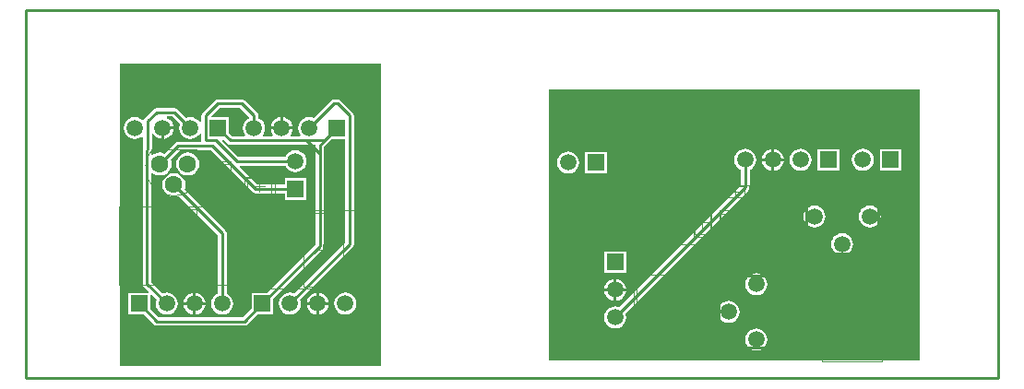
<source format=gbl>
G04 Layer_Physical_Order=2*
G04 Layer_Color=16711680*
%FSLAX25Y25*%
%MOIN*%
G70*
G01*
G75*
%ADD18C,0.01000*%
%ADD19C,0.00394*%
%ADD20C,0.00197*%
%ADD21R,0.05906X0.05906*%
%ADD22C,0.05906*%
%ADD23R,0.05906X0.05906*%
%ADD24C,0.06299*%
G36*
X665471Y103529D02*
X531529D01*
Y201471D01*
X665471D01*
Y103529D01*
D02*
G37*
G36*
X470971Y101529D02*
X376529D01*
Y210971D01*
X470971D01*
Y101529D01*
D02*
G37*
%LPC*%
G36*
X613000Y179921D02*
Y176500D01*
X616421D01*
X616351Y177032D01*
X615953Y177993D01*
X615319Y178819D01*
X614493Y179453D01*
X613532Y179851D01*
X613000Y179921D01*
D02*
G37*
G36*
X612000D02*
X611468Y179851D01*
X610507Y179453D01*
X609681Y178819D01*
X609047Y177993D01*
X608649Y177032D01*
X608579Y176500D01*
X612000D01*
Y179921D01*
D02*
G37*
G36*
X616421Y175500D02*
X613000D01*
Y172079D01*
X613532Y172149D01*
X614493Y172547D01*
X615319Y173181D01*
X615953Y174007D01*
X616351Y174968D01*
X616421Y175500D01*
D02*
G37*
G36*
X612000D02*
X608579D01*
X608649Y174968D01*
X609047Y174007D01*
X609681Y173181D01*
X610507Y172547D01*
X611468Y172149D01*
X612000Y172079D01*
Y175500D01*
D02*
G37*
G36*
X658953Y179953D02*
X651047D01*
Y172047D01*
X658953D01*
Y179953D01*
D02*
G37*
G36*
X636453D02*
X628547D01*
Y172047D01*
X636453D01*
Y179953D01*
D02*
G37*
G36*
X645000Y179987D02*
X643968Y179851D01*
X643007Y179453D01*
X642181Y178819D01*
X641547Y177993D01*
X641149Y177032D01*
X641013Y176000D01*
X641149Y174968D01*
X641547Y174007D01*
X642181Y173181D01*
X643007Y172547D01*
X643968Y172149D01*
X645000Y172013D01*
X646032Y172149D01*
X646993Y172547D01*
X647819Y173181D01*
X648453Y174007D01*
X648851Y174968D01*
X648987Y176000D01*
X648851Y177032D01*
X648453Y177993D01*
X647819Y178819D01*
X646993Y179453D01*
X646032Y179851D01*
X645000Y179987D01*
D02*
G37*
G36*
X622500D02*
X621468Y179851D01*
X620507Y179453D01*
X619681Y178819D01*
X619047Y177993D01*
X618649Y177032D01*
X618513Y176000D01*
X618649Y174968D01*
X619047Y174007D01*
X619681Y173181D01*
X620507Y172547D01*
X621468Y172149D01*
X622500Y172013D01*
X623532Y172149D01*
X624493Y172547D01*
X625319Y173181D01*
X625953Y174007D01*
X626351Y174968D01*
X626487Y176000D01*
X626351Y177032D01*
X625953Y177993D01*
X625319Y178819D01*
X624493Y179453D01*
X623532Y179851D01*
X622500Y179987D01*
D02*
G37*
G36*
X552453Y178953D02*
X544547D01*
Y171047D01*
X552453D01*
Y178953D01*
D02*
G37*
G36*
X538500Y178987D02*
X537468Y178851D01*
X536507Y178453D01*
X535681Y177819D01*
X535047Y176993D01*
X534649Y176032D01*
X534513Y175000D01*
X534649Y173968D01*
X535047Y173007D01*
X535681Y172181D01*
X536507Y171547D01*
X537468Y171149D01*
X538500Y171013D01*
X539532Y171149D01*
X540493Y171547D01*
X541319Y172181D01*
X541953Y173007D01*
X542351Y173968D01*
X542487Y175000D01*
X542351Y176032D01*
X541953Y176993D01*
X541319Y177819D01*
X540493Y178453D01*
X539532Y178851D01*
X538500Y178987D01*
D02*
G37*
G36*
X647500Y159487D02*
X646468Y159351D01*
X645507Y158953D01*
X644681Y158319D01*
X644047Y157493D01*
X643649Y156532D01*
X643513Y155500D01*
X643649Y154468D01*
X644047Y153507D01*
X644681Y152681D01*
X645507Y152047D01*
X646468Y151649D01*
X647500Y151513D01*
X648532Y151649D01*
X649493Y152047D01*
X650319Y152681D01*
X650953Y153507D01*
X651351Y154468D01*
X651487Y155500D01*
X651351Y156532D01*
X650953Y157493D01*
X650319Y158319D01*
X649493Y158953D01*
X648532Y159351D01*
X647500Y159487D01*
D02*
G37*
G36*
X627500D02*
X626468Y159351D01*
X625507Y158953D01*
X624681Y158319D01*
X624047Y157493D01*
X623649Y156532D01*
X623513Y155500D01*
X623649Y154468D01*
X624047Y153507D01*
X624681Y152681D01*
X625507Y152047D01*
X626468Y151649D01*
X627500Y151513D01*
X628532Y151649D01*
X629493Y152047D01*
X630319Y152681D01*
X630953Y153507D01*
X631351Y154468D01*
X631487Y155500D01*
X631351Y156532D01*
X630953Y157493D01*
X630319Y158319D01*
X629493Y158953D01*
X628532Y159351D01*
X627500Y159487D01*
D02*
G37*
G36*
X637500Y149487D02*
X636468Y149351D01*
X635507Y148953D01*
X634681Y148319D01*
X634047Y147493D01*
X633649Y146532D01*
X633513Y145500D01*
X633649Y144468D01*
X634047Y143507D01*
X634681Y142681D01*
X635507Y142047D01*
X636468Y141649D01*
X637500Y141513D01*
X638532Y141649D01*
X639493Y142047D01*
X640319Y142681D01*
X640953Y143507D01*
X641351Y144468D01*
X641487Y145500D01*
X641351Y146532D01*
X640953Y147493D01*
X640319Y148319D01*
X639493Y148953D01*
X638532Y149351D01*
X637500Y149487D01*
D02*
G37*
G36*
X559453Y142953D02*
X551547D01*
Y135047D01*
X559453D01*
Y142953D01*
D02*
G37*
G36*
X556000Y132921D02*
Y129500D01*
X559421D01*
X559351Y130032D01*
X558953Y130993D01*
X558319Y131819D01*
X557493Y132453D01*
X556532Y132851D01*
X556000Y132921D01*
D02*
G37*
G36*
X555000D02*
X554468Y132851D01*
X553507Y132453D01*
X552681Y131819D01*
X552047Y130993D01*
X551649Y130032D01*
X551579Y129500D01*
X555000D01*
Y132921D01*
D02*
G37*
G36*
X606500Y134987D02*
X605468Y134851D01*
X604507Y134453D01*
X603681Y133819D01*
X603047Y132993D01*
X602649Y132032D01*
X602513Y131000D01*
X602649Y129968D01*
X603047Y129007D01*
X603681Y128181D01*
X604507Y127547D01*
X605468Y127149D01*
X606500Y127013D01*
X607532Y127149D01*
X608493Y127547D01*
X609319Y128181D01*
X609953Y129007D01*
X610351Y129968D01*
X610487Y131000D01*
X610351Y132032D01*
X609953Y132993D01*
X609319Y133819D01*
X608493Y134453D01*
X607532Y134851D01*
X606500Y134987D01*
D02*
G37*
G36*
X559421Y128500D02*
X556000D01*
Y125079D01*
X556532Y125149D01*
X557493Y125547D01*
X558319Y126181D01*
X558953Y127007D01*
X559351Y127968D01*
X559421Y128500D01*
D02*
G37*
G36*
X555000D02*
X551579D01*
X551649Y127968D01*
X552047Y127007D01*
X552681Y126181D01*
X553507Y125547D01*
X554468Y125149D01*
X555000Y125079D01*
Y128500D01*
D02*
G37*
G36*
X602500Y179987D02*
X601468Y179851D01*
X600507Y179453D01*
X599681Y178819D01*
X599047Y177993D01*
X598649Y177032D01*
X598513Y176000D01*
X598649Y174968D01*
X599047Y174007D01*
X599681Y173181D01*
X600507Y172547D01*
X600971Y172355D01*
Y166633D01*
X556996Y122659D01*
X556532Y122851D01*
X555500Y122987D01*
X554468Y122851D01*
X553507Y122453D01*
X552681Y121819D01*
X552047Y120993D01*
X551649Y120032D01*
X551513Y119000D01*
X551649Y117968D01*
X552047Y117007D01*
X552681Y116181D01*
X553507Y115547D01*
X554468Y115149D01*
X555500Y115013D01*
X556532Y115149D01*
X557493Y115547D01*
X558319Y116181D01*
X558953Y117007D01*
X559351Y117968D01*
X559487Y119000D01*
X559351Y120032D01*
X559159Y120496D01*
X603581Y164919D01*
X603913Y165415D01*
X604029Y166000D01*
Y172355D01*
X604493Y172547D01*
X605319Y173181D01*
X605953Y174007D01*
X606351Y174968D01*
X606487Y176000D01*
X606351Y177032D01*
X605953Y177993D01*
X605319Y178819D01*
X604493Y179453D01*
X603532Y179851D01*
X602500Y179987D01*
D02*
G37*
G36*
X596500Y124987D02*
X595468Y124851D01*
X594507Y124453D01*
X593681Y123819D01*
X593047Y122993D01*
X592649Y122032D01*
X592513Y121000D01*
X592649Y119968D01*
X593047Y119007D01*
X593681Y118181D01*
X594507Y117547D01*
X595468Y117149D01*
X596500Y117013D01*
X597532Y117149D01*
X598493Y117547D01*
X599319Y118181D01*
X599953Y119007D01*
X600351Y119968D01*
X600487Y121000D01*
X600351Y122032D01*
X599953Y122993D01*
X599319Y123819D01*
X598493Y124453D01*
X597532Y124851D01*
X596500Y124987D01*
D02*
G37*
G36*
X606500Y114987D02*
X605468Y114851D01*
X604507Y114453D01*
X603681Y113819D01*
X603047Y112993D01*
X602649Y112032D01*
X602513Y111000D01*
X602649Y109968D01*
X603047Y109007D01*
X603681Y108181D01*
X604507Y107547D01*
X605468Y107149D01*
X606500Y107013D01*
X607532Y107149D01*
X608493Y107547D01*
X609319Y108181D01*
X609953Y109007D01*
X610351Y109968D01*
X610487Y111000D01*
X610351Y112032D01*
X609953Y112993D01*
X609319Y113819D01*
X608493Y114453D01*
X607532Y114851D01*
X606500Y114987D01*
D02*
G37*
G36*
X455100Y197929D02*
X453900D01*
X453315Y197813D01*
X452819Y197481D01*
X446496Y191159D01*
X446032Y191351D01*
X445000Y191487D01*
X443968Y191351D01*
X443007Y190953D01*
X442181Y190319D01*
X441547Y189493D01*
X441149Y188532D01*
X441013Y187500D01*
X441149Y186468D01*
X441547Y185507D01*
X441913Y185029D01*
X441667Y184529D01*
X438333D01*
X438087Y185029D01*
X438453Y185507D01*
X438851Y186468D01*
X438921Y187000D01*
X435000D01*
X431079D01*
X431149Y186468D01*
X431547Y185507D01*
X431913Y185029D01*
X431667Y184529D01*
X428333D01*
X428087Y185029D01*
X428453Y185507D01*
X428851Y186468D01*
X428987Y187500D01*
X428851Y188532D01*
X428453Y189493D01*
X427819Y190319D01*
X426993Y190953D01*
X426529Y191145D01*
Y192000D01*
X426413Y192585D01*
X426081Y193081D01*
X421681Y197481D01*
X421185Y197813D01*
X420600Y197929D01*
X411900D01*
X411315Y197813D01*
X410819Y197481D01*
X406419Y193081D01*
X406087Y192585D01*
X405971Y192000D01*
Y189550D01*
X405471Y189450D01*
X405453Y189493D01*
X404819Y190319D01*
X403993Y190953D01*
X403032Y191351D01*
X402000Y191487D01*
X400968Y191351D01*
X400504Y191159D01*
X397381Y194281D01*
X396885Y194613D01*
X396300Y194729D01*
X389700D01*
X389115Y194613D01*
X388619Y194281D01*
X385419Y191081D01*
X385147Y190675D01*
X384746Y190540D01*
X384563Y190515D01*
X383993Y190953D01*
X383032Y191351D01*
X382000Y191487D01*
X380968Y191351D01*
X380007Y190953D01*
X379181Y190319D01*
X378547Y189493D01*
X378149Y188532D01*
X378013Y187500D01*
X378149Y186468D01*
X378547Y185507D01*
X379181Y184681D01*
X380007Y184047D01*
X380968Y183649D01*
X382000Y183513D01*
X383032Y183649D01*
X383993Y184047D01*
X384471Y184413D01*
X384971Y184167D01*
Y180310D01*
X384887Y180185D01*
X384771Y179600D01*
Y131200D01*
X384887Y130615D01*
X385219Y130119D01*
X386922Y128415D01*
X386731Y127953D01*
X379547D01*
Y120047D01*
X385290D01*
X388819Y116519D01*
X389315Y116187D01*
X389900Y116071D01*
X421600D01*
X422185Y116187D01*
X422681Y116519D01*
X426210Y120047D01*
X431953D01*
Y125790D01*
X449881Y143719D01*
X450213Y144215D01*
X450329Y144800D01*
Y180666D01*
X453210Y183547D01*
X457971D01*
Y146133D01*
X439496Y127659D01*
X439032Y127851D01*
X438000Y127987D01*
X436968Y127851D01*
X436007Y127453D01*
X435181Y126819D01*
X434547Y125993D01*
X434149Y125032D01*
X434013Y124000D01*
X434149Y122968D01*
X434547Y122007D01*
X435181Y121181D01*
X436007Y120547D01*
X436968Y120149D01*
X438000Y120013D01*
X439032Y120149D01*
X439993Y120547D01*
X440819Y121181D01*
X441453Y122007D01*
X441851Y122968D01*
X441987Y124000D01*
X441851Y125032D01*
X441659Y125496D01*
X460581Y144419D01*
X460913Y144915D01*
X461029Y145500D01*
Y192000D01*
X460913Y192585D01*
X460581Y193081D01*
X456181Y197481D01*
X455685Y197813D01*
X455100Y197929D01*
D02*
G37*
G36*
X435500Y191421D02*
Y188000D01*
X438921D01*
X438851Y188532D01*
X438453Y189493D01*
X437819Y190319D01*
X436993Y190953D01*
X436032Y191351D01*
X435500Y191421D01*
D02*
G37*
G36*
X434500D02*
X433968Y191351D01*
X433007Y190953D01*
X432181Y190319D01*
X431547Y189493D01*
X431149Y188532D01*
X431079Y188000D01*
X434500D01*
Y191421D01*
D02*
G37*
G36*
X448500Y127921D02*
Y124500D01*
X451921D01*
X451851Y125032D01*
X451453Y125993D01*
X450819Y126819D01*
X449993Y127453D01*
X449032Y127851D01*
X448500Y127921D01*
D02*
G37*
G36*
X447500D02*
X446968Y127851D01*
X446007Y127453D01*
X445181Y126819D01*
X444547Y125993D01*
X444149Y125032D01*
X444079Y124500D01*
X447500D01*
Y127921D01*
D02*
G37*
G36*
X451921Y123500D02*
X448500D01*
Y120079D01*
X449032Y120149D01*
X449993Y120547D01*
X450819Y121181D01*
X451453Y122007D01*
X451851Y122968D01*
X451921Y123500D01*
D02*
G37*
G36*
X447500D02*
X444079D01*
X444149Y122968D01*
X444547Y122007D01*
X445181Y121181D01*
X446007Y120547D01*
X446968Y120149D01*
X447500Y120079D01*
Y123500D01*
D02*
G37*
G36*
X458000Y127987D02*
X456968Y127851D01*
X456007Y127453D01*
X455181Y126819D01*
X454547Y125993D01*
X454149Y125032D01*
X454013Y124000D01*
X454149Y122968D01*
X454547Y122007D01*
X455181Y121181D01*
X456007Y120547D01*
X456968Y120149D01*
X458000Y120013D01*
X459032Y120149D01*
X459993Y120547D01*
X460819Y121181D01*
X461453Y122007D01*
X461851Y122968D01*
X461987Y124000D01*
X461851Y125032D01*
X461453Y125993D01*
X460819Y126819D01*
X459993Y127453D01*
X459032Y127851D01*
X458000Y127987D01*
D02*
G37*
%LPD*%
G36*
X423245Y191593D02*
X423135Y191006D01*
X423007Y190953D01*
X422181Y190319D01*
X421547Y189493D01*
X421149Y188532D01*
X421013Y187500D01*
X421149Y186468D01*
X421547Y185507D01*
X421913Y185029D01*
X421667Y184529D01*
X417134D01*
X415953Y185710D01*
Y191453D01*
X409769D01*
X409578Y191915D01*
X412534Y194871D01*
X419967D01*
X423245Y191593D01*
D02*
G37*
G36*
X398341Y188996D02*
X398149Y188532D01*
X398013Y187500D01*
X398149Y186468D01*
X398547Y185507D01*
X399181Y184681D01*
X400007Y184047D01*
X400968Y183649D01*
X402000Y183513D01*
X403032Y183649D01*
X403993Y184047D01*
X404819Y184681D01*
X405453Y185507D01*
X405471Y185550D01*
X405971Y185450D01*
Y183047D01*
X405987Y182963D01*
X405670Y182577D01*
X397547D01*
X396962Y182460D01*
X396466Y182129D01*
X392647Y178310D01*
X392083Y178543D01*
X391000Y178685D01*
X389917Y178543D01*
X388907Y178125D01*
X388329Y177681D01*
X387829Y177928D01*
Y179090D01*
X387913Y179215D01*
X388029Y179800D01*
Y185450D01*
X388529Y185550D01*
X388547Y185507D01*
X389181Y184681D01*
X390007Y184047D01*
X390968Y183649D01*
X391500Y183579D01*
Y187500D01*
X392000D01*
Y188000D01*
X395921D01*
X395851Y188532D01*
X395453Y189493D01*
X394819Y190319D01*
X393993Y190953D01*
X393467Y191171D01*
X393567Y191671D01*
X395667D01*
X398341Y188996D01*
D02*
G37*
G36*
X415419Y181919D02*
X415915Y181587D01*
X416500Y181471D01*
X447131D01*
X447271Y181300D01*
Y145433D01*
X429790Y127953D01*
X424047D01*
Y122210D01*
X420966Y119129D01*
X390533D01*
X387453Y122210D01*
Y127231D01*
X387915Y127422D01*
X389841Y125496D01*
X389649Y125032D01*
X389513Y124000D01*
X389649Y122968D01*
X390047Y122007D01*
X390681Y121181D01*
X391507Y120547D01*
X392468Y120149D01*
X393500Y120013D01*
X394532Y120149D01*
X395493Y120547D01*
X396319Y121181D01*
X396953Y122007D01*
X397351Y122968D01*
X397487Y124000D01*
X397351Y125032D01*
X396953Y125993D01*
X396319Y126819D01*
X395493Y127453D01*
X394532Y127851D01*
X393500Y127987D01*
X392468Y127851D01*
X392004Y127659D01*
X387829Y131834D01*
Y171072D01*
X388329Y171319D01*
X388907Y170875D01*
X389917Y170457D01*
X391000Y170315D01*
X392083Y170457D01*
X393093Y170875D01*
X393959Y171540D01*
X394625Y172407D01*
X395043Y173417D01*
X395185Y174500D01*
X395043Y175583D01*
X394810Y176147D01*
X398181Y179518D01*
X409319D01*
X424419Y164419D01*
X424915Y164087D01*
X425500Y163971D01*
X436047D01*
Y161547D01*
X443953D01*
Y169453D01*
X436047D01*
Y167029D01*
X426133D01*
X419654Y173509D01*
X419846Y173971D01*
X436355D01*
X436547Y173507D01*
X437181Y172681D01*
X438007Y172047D01*
X438968Y171649D01*
X440000Y171513D01*
X441032Y171649D01*
X441993Y172047D01*
X442819Y172681D01*
X443453Y173507D01*
X443851Y174468D01*
X443987Y175500D01*
X443851Y176532D01*
X443453Y177493D01*
X442819Y178319D01*
X441993Y178953D01*
X441032Y179351D01*
X440000Y179487D01*
X438968Y179351D01*
X438007Y178953D01*
X437181Y178319D01*
X436547Y177493D01*
X436355Y177029D01*
X419334D01*
X413518Y182845D01*
X413696Y183374D01*
X413931Y183406D01*
X415419Y181919D01*
D02*
G37*
%LPC*%
G36*
X395921Y187000D02*
X392500D01*
Y183579D01*
X393032Y183649D01*
X393993Y184047D01*
X394819Y184681D01*
X395453Y185507D01*
X395851Y186468D01*
X395921Y187000D01*
D02*
G37*
G36*
X401000Y178685D02*
X399917Y178543D01*
X398907Y178125D01*
X398041Y177460D01*
X397375Y176593D01*
X396957Y175583D01*
X396815Y174500D01*
X396957Y173417D01*
X397375Y172407D01*
X398041Y171540D01*
X398907Y170875D01*
X399917Y170457D01*
X401000Y170315D01*
X402083Y170457D01*
X403093Y170875D01*
X403960Y171540D01*
X404625Y172407D01*
X405043Y173417D01*
X405185Y174500D01*
X405043Y175583D01*
X404625Y176593D01*
X403960Y177460D01*
X403093Y178125D01*
X402083Y178543D01*
X401000Y178685D01*
D02*
G37*
G36*
X404000Y127921D02*
Y124500D01*
X407421D01*
X407351Y125032D01*
X406953Y125993D01*
X406319Y126819D01*
X405493Y127453D01*
X404532Y127851D01*
X404000Y127921D01*
D02*
G37*
G36*
X403000D02*
X402468Y127851D01*
X401507Y127453D01*
X400681Y126819D01*
X400047Y125993D01*
X399649Y125032D01*
X399579Y124500D01*
X403000D01*
Y127921D01*
D02*
G37*
G36*
X407421Y123500D02*
X404000D01*
Y120079D01*
X404532Y120149D01*
X405493Y120547D01*
X406319Y121181D01*
X406953Y122007D01*
X407351Y122968D01*
X407421Y123500D01*
D02*
G37*
G36*
X403000D02*
X399579D01*
X399649Y122968D01*
X400047Y122007D01*
X400681Y121181D01*
X401507Y120547D01*
X402468Y120149D01*
X403000Y120079D01*
Y123500D01*
D02*
G37*
G36*
X396000Y171185D02*
X394917Y171043D01*
X393907Y170625D01*
X393040Y169959D01*
X392375Y169093D01*
X391957Y168083D01*
X391815Y167000D01*
X391957Y165917D01*
X392375Y164907D01*
X393040Y164041D01*
X393907Y163375D01*
X394917Y162957D01*
X396000Y162815D01*
X397083Y162957D01*
X397647Y163190D01*
X411971Y148866D01*
Y127645D01*
X411507Y127453D01*
X410681Y126819D01*
X410047Y125993D01*
X409649Y125032D01*
X409513Y124000D01*
X409649Y122968D01*
X410047Y122007D01*
X410681Y121181D01*
X411507Y120547D01*
X412468Y120149D01*
X413500Y120013D01*
X414532Y120149D01*
X415493Y120547D01*
X416319Y121181D01*
X416953Y122007D01*
X417351Y122968D01*
X417487Y124000D01*
X417351Y125032D01*
X416953Y125993D01*
X416319Y126819D01*
X415493Y127453D01*
X415029Y127645D01*
Y149500D01*
X414913Y150085D01*
X414581Y150581D01*
X399810Y165353D01*
X400043Y165917D01*
X400185Y167000D01*
X400043Y168083D01*
X399625Y169093D01*
X398959Y169959D01*
X398093Y170625D01*
X397083Y171043D01*
X396000Y171185D01*
D02*
G37*
%LPD*%
D18*
X383500Y124000D02*
X389900Y117600D01*
X386300Y131200D02*
X393500Y124000D01*
X386300Y131200D02*
Y179600D01*
X386500Y179800D01*
Y190000D01*
X389700Y193200D01*
X396300D02*
X402000Y187500D01*
X407500Y192000D02*
X411900Y196400D01*
X420600D02*
X425000Y192000D01*
X391000Y174500D02*
X397547Y181047D01*
X409953D02*
X425500Y165500D01*
X412000Y187500D02*
X416500Y183000D01*
X413500Y124000D02*
Y149500D01*
X459500Y145500D02*
Y192000D01*
X455100Y196400D02*
X459500Y192000D01*
X453900Y196400D02*
X455100D01*
X555500Y119000D02*
X602500Y166000D01*
X428000Y124000D02*
X448800Y144800D01*
Y181300D02*
X450500Y183000D01*
X602500Y166000D02*
Y176000D01*
X438000Y124000D02*
X459500Y145500D01*
X445000Y187500D02*
X453900Y196400D01*
X389700Y193200D02*
X396300D01*
X450500Y183000D02*
X455000Y187500D01*
X421600Y117600D02*
X428000Y124000D01*
X389900Y117600D02*
X421600D01*
X425500Y165500D02*
X440000D01*
X397547Y181047D02*
X409953D01*
X418700Y175500D02*
X440000D01*
X411153Y183047D02*
X418700Y175500D01*
X407500Y183047D02*
X411153D01*
X407500D02*
Y192000D01*
X411900Y196400D02*
X420600D01*
X425000Y187500D02*
Y192000D01*
X396000Y167000D02*
X413500Y149500D01*
X444000Y183000D02*
X448800Y178200D01*
Y144800D02*
Y178200D01*
X416500Y183000D02*
X444000D01*
X450500D01*
X448800Y178200D02*
Y181300D01*
X593000Y134000D02*
X619000D01*
X593000Y108000D02*
Y134000D01*
Y108000D02*
X618992D01*
Y133992D01*
X624500Y142000D02*
Y168000D01*
Y142000D02*
X650500D01*
Y167992D01*
X624508D02*
X650500D01*
X342500Y97000D02*
X429000D01*
X342500Y230000D02*
X694000D01*
Y97000D02*
Y230000D01*
X429000Y97000D02*
X694000D01*
X342500D02*
Y230000D01*
D19*
X388000Y179500D02*
G03*
X404133Y179500I8066J-6302D01*
G01*
X387934Y179799D02*
X404066D01*
X573138Y186299D02*
G03*
X573138Y186299I-1969J0D01*
G01*
X581268Y130831D02*
G03*
X581268Y130831I-1969J0D01*
G01*
X636669Y117669D02*
G03*
X636669Y117669I-1969J0D01*
G01*
X457283Y130311D02*
Y156689D01*
X442717Y130311D02*
Y156689D01*
Y130311D02*
X457283D01*
X442717Y156689D02*
X457283D01*
X404283Y131811D02*
Y158189D01*
X389717Y131811D02*
Y158189D01*
Y131811D02*
X404283D01*
X389717Y158189D02*
X404283D01*
X431331Y163646D02*
Y169354D01*
X422669Y163646D02*
Y169354D01*
Y163646D02*
X431331D01*
X422669Y169354D02*
X431331D01*
X410646Y174331D02*
X416354D01*
X410646Y165669D02*
X416354D01*
Y174331D01*
X410646Y165669D02*
Y174331D01*
X377646Y167331D02*
X383354D01*
X377646Y158669D02*
X383354D01*
Y167331D01*
X377646Y158669D02*
Y167331D01*
X421646Y139831D02*
X427354D01*
X421646Y131169D02*
X427354D01*
Y139831D01*
X421646Y131169D02*
Y139831D01*
Y156831D02*
X427354D01*
X421646Y148169D02*
X427354D01*
Y156831D01*
X421646Y148169D02*
Y156831D01*
X622146Y124831D02*
X627854D01*
X622146Y116169D02*
X627854D01*
Y124831D01*
X622146Y116169D02*
Y124831D01*
X551669Y105146D02*
Y110854D01*
X560331Y105146D02*
Y110854D01*
X551669D02*
X560331D01*
X551669Y105146D02*
X560331D01*
X569569Y193646D02*
Y199354D01*
X578231Y193646D02*
Y199354D01*
X569569D02*
X578231D01*
X569569Y193646D02*
X578231D01*
X589854Y149169D02*
Y157831D01*
X584146Y149169D02*
Y157831D01*
X589854D01*
X584146Y149169D02*
X589854D01*
X546630Y167846D02*
X550370D01*
X546630Y161154D02*
X550370D01*
Y167846D01*
X546630Y161154D02*
Y167846D01*
X574646Y149169D02*
Y157831D01*
X580354Y149169D02*
Y157831D01*
X574646Y149169D02*
X580354D01*
X574646Y157831D02*
X580354D01*
X577169Y161646D02*
X585831D01*
X577169Y167354D02*
X585831D01*
Y161646D02*
Y167354D01*
X577169Y161646D02*
Y167354D01*
X564646Y149669D02*
Y158331D01*
X570354Y149669D02*
Y158331D01*
X564646Y149669D02*
X570354D01*
X564646Y158331D02*
X570354D01*
X567626Y170157D02*
Y189843D01*
X583374Y170157D02*
Y189843D01*
X567626D02*
X583374D01*
X567626Y170157D02*
X583374D01*
X563157Y134374D02*
X582843D01*
X563157Y118626D02*
X582843D01*
Y134374D01*
X563157Y118626D02*
Y134374D01*
X631157Y114126D02*
X650843D01*
X631157Y129874D02*
X650843D01*
X631157Y114126D02*
Y129874D01*
X650843Y114126D02*
Y129874D01*
X593630Y149654D02*
X597370D01*
X593630Y156346D02*
X597370D01*
X593630Y149654D02*
Y156346D01*
X597370Y149654D02*
Y156346D01*
X562846Y160130D02*
Y163870D01*
X556154Y160130D02*
Y163870D01*
Y160130D02*
X562846D01*
X556154Y163870D02*
X562846D01*
X595654Y162630D02*
Y166370D01*
X602346Y162630D02*
Y166370D01*
X595654D02*
X602346D01*
X595654Y162630D02*
X602346D01*
X603630Y146346D02*
X607370D01*
X603630Y139654D02*
X607370D01*
Y146346D01*
X603630Y139654D02*
Y146346D01*
X616130Y167346D02*
X619870D01*
X616130Y160654D02*
X619870D01*
Y167346D01*
X616130Y160654D02*
Y167346D01*
X585630Y116846D02*
X589370D01*
X585630Y110154D02*
X589370D01*
Y116846D01*
X585630Y110154D02*
Y116846D01*
X603630Y157346D02*
X607370D01*
X603630Y150654D02*
X607370D01*
Y157346D01*
X603630Y150654D02*
Y157346D01*
X622630Y130154D02*
X626370D01*
X622630Y136846D02*
X626370D01*
X622630Y130154D02*
Y136846D01*
X626370Y130154D02*
Y136846D01*
X448031Y143500D02*
X451968D01*
X450000Y141531D02*
Y145469D01*
X395031Y145000D02*
X398968D01*
X397000Y143031D02*
Y146969D01*
X432512Y163350D02*
Y169650D01*
X421488Y163350D02*
Y169650D01*
Y163350D02*
X432512D01*
X421488Y169650D02*
X432512D01*
X425031Y166500D02*
X428968D01*
X427000Y164531D02*
Y168468D01*
X410350Y175512D02*
X416650D01*
X410350Y164488D02*
X416650D01*
Y175512D01*
X410350Y164488D02*
Y175512D01*
X413500Y168031D02*
Y171968D01*
X411532Y170000D02*
X415469D01*
X377350Y168512D02*
X383650D01*
X377350Y157488D02*
X383650D01*
Y168512D01*
X377350Y157488D02*
Y168512D01*
X380500Y161031D02*
Y164968D01*
X378532Y163000D02*
X382469D01*
X421350Y141012D02*
X427650D01*
X421350Y129988D02*
X427650D01*
Y141012D01*
X421350Y129988D02*
Y141012D01*
X424500Y133531D02*
Y137468D01*
X422532Y135500D02*
X426469D01*
X421350Y158012D02*
X427650D01*
X421350Y146988D02*
X427650D01*
Y158012D01*
X421350Y146988D02*
Y158012D01*
X424500Y150531D02*
Y154468D01*
X422532Y152500D02*
X426469D01*
X621850Y126012D02*
X628150D01*
X621850Y114988D02*
X628150D01*
Y126012D01*
X621850Y114988D02*
Y126012D01*
X625000Y118531D02*
Y122468D01*
X623032Y120500D02*
X626969D01*
X550488Y104850D02*
Y111150D01*
X561512Y104850D02*
Y111150D01*
X550488D02*
X561512D01*
X550488Y104850D02*
X561512D01*
X554032Y108000D02*
X557969D01*
X556000Y106032D02*
Y109969D01*
X568388Y193350D02*
Y199650D01*
X579412Y193350D02*
Y199650D01*
X568388D02*
X579412D01*
X568388Y193350D02*
X579412D01*
X571932Y196500D02*
X575869D01*
X573900Y194532D02*
Y198469D01*
X585031Y153500D02*
X588968D01*
X587000Y151532D02*
Y155469D01*
X590150Y147988D02*
Y159012D01*
X583850Y147988D02*
Y159012D01*
X590150D01*
X583850Y147988D02*
X590150D01*
X546335Y169224D02*
X550665D01*
X546335Y159776D02*
X550665D01*
Y169224D01*
X546335Y159776D02*
Y169224D01*
X548500Y162630D02*
Y166370D01*
X546630Y164500D02*
X550370D01*
X575532Y153500D02*
X579469D01*
X577500Y151531D02*
Y155468D01*
X574350Y147988D02*
Y159012D01*
X580650Y147988D02*
Y159012D01*
X574350Y147988D02*
X580650D01*
X574350Y159012D02*
X580650D01*
X581500Y162532D02*
Y166469D01*
X579532Y164500D02*
X583469D01*
X575988Y161350D02*
X587012D01*
X575988Y167650D02*
X587012D01*
Y161350D02*
Y167650D01*
X575988Y161350D02*
Y167650D01*
X565532Y154000D02*
X569469D01*
X567500Y152031D02*
Y155968D01*
X564350Y148488D02*
Y159512D01*
X570650Y148488D02*
Y159512D01*
X564350Y148488D02*
X570650D01*
X564350Y159512D02*
X570650D01*
X573532Y180000D02*
X577469D01*
X575500Y178031D02*
Y181968D01*
X573000Y124531D02*
Y128468D01*
X571032Y126500D02*
X574969D01*
X641000Y120031D02*
Y123968D01*
X639031Y122000D02*
X642968D01*
X593335Y148276D02*
X597665D01*
X593335Y157724D02*
X597665D01*
X593335Y148276D02*
Y157724D01*
X597665Y148276D02*
Y157724D01*
X595500Y151130D02*
Y154870D01*
X593630Y153000D02*
X597370D01*
X564224Y159835D02*
Y164165D01*
X554776Y159835D02*
Y164165D01*
Y159835D02*
X564224D01*
X554776Y164165D02*
X564224D01*
X557630Y162000D02*
X561370D01*
X559500Y160130D02*
Y163870D01*
X594276Y162335D02*
Y166665D01*
X603724Y162335D02*
Y166665D01*
X594276D02*
X603724D01*
X594276Y162335D02*
X603724D01*
X597130Y164500D02*
X600870D01*
X599000Y162630D02*
Y166370D01*
X603335Y147724D02*
X607665D01*
X603335Y138276D02*
X607665D01*
Y147724D01*
X603335Y138276D02*
Y147724D01*
X605500Y141130D02*
Y144870D01*
X603630Y143000D02*
X607370D01*
X615835Y168724D02*
X620165D01*
X615835Y159276D02*
X620165D01*
Y168724D01*
X615835Y159276D02*
Y168724D01*
X618000Y162130D02*
Y165870D01*
X616130Y164000D02*
X619870D01*
X585335Y118224D02*
X589665D01*
X585335Y108776D02*
X589665D01*
Y118224D01*
X585335Y108776D02*
Y118224D01*
X587500Y111630D02*
Y115370D01*
X585630Y113500D02*
X589370D01*
X603335Y158724D02*
X607665D01*
X603335Y149276D02*
X607665D01*
Y158724D01*
X603335Y149276D02*
Y158724D01*
X605500Y152130D02*
Y155870D01*
X603630Y154000D02*
X607370D01*
X622335Y128776D02*
X626665D01*
X622335Y138224D02*
X626665D01*
X622335Y128776D02*
Y138224D01*
X626665Y128776D02*
Y138224D01*
X624500Y131630D02*
Y135370D01*
X622630Y133500D02*
X626370D01*
D20*
X470669Y129327D02*
Y157673D01*
X429331Y129327D02*
Y157673D01*
Y129327D02*
X470669D01*
X429331Y157673D02*
X470669D01*
X417669Y130827D02*
Y159173D01*
X376331Y130827D02*
Y159173D01*
Y130827D02*
X417669D01*
X376331Y159173D02*
X417669D01*
X556602Y169173D02*
Y190827D01*
X594398Y169173D02*
Y190827D01*
X556602D02*
X594398D01*
X556602Y169173D02*
X594398D01*
X562173Y145398D02*
X583827D01*
X562173Y107602D02*
X583827D01*
Y145398D01*
X562173Y107602D02*
Y145398D01*
X630173Y103102D02*
X651827D01*
X630173Y140898D02*
X651827D01*
X630173Y103102D02*
Y140898D01*
X651827Y103102D02*
Y140898D01*
D21*
X455000Y187500D02*
D03*
X383500Y124000D02*
D03*
X412000Y187500D02*
D03*
X428000Y124000D02*
D03*
X632500Y176000D02*
D03*
X548500Y175000D02*
D03*
X655000Y176000D02*
D03*
D22*
X445000Y187500D02*
D03*
X435000D02*
D03*
X425000D02*
D03*
X393500Y124000D02*
D03*
X403500D02*
D03*
X413500D02*
D03*
X402000Y187500D02*
D03*
X392000D02*
D03*
X382000D02*
D03*
X438000Y124000D02*
D03*
X448000D02*
D03*
X458000D02*
D03*
X440000Y175500D02*
D03*
X602500Y176000D02*
D03*
X612500D02*
D03*
X622500D02*
D03*
X538500Y175000D02*
D03*
X645000Y176000D02*
D03*
X606500Y111000D02*
D03*
X596500Y121000D02*
D03*
X606500Y131000D02*
D03*
X647500Y155500D02*
D03*
X637500Y145500D02*
D03*
X627500Y155500D02*
D03*
X555500Y129000D02*
D03*
Y119000D02*
D03*
D23*
X440000Y165500D02*
D03*
X555500Y139000D02*
D03*
D24*
X401000Y174500D02*
D03*
X396000Y167000D02*
D03*
X391000Y174500D02*
D03*
M02*

</source>
